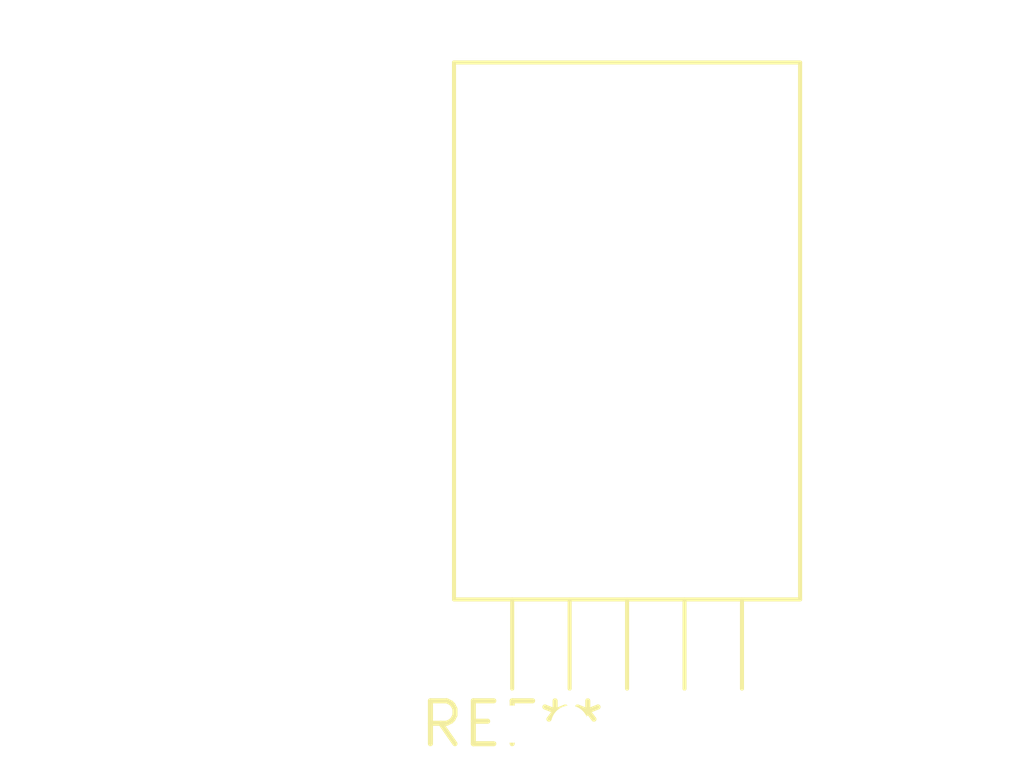
<source format=kicad_pcb>
(kicad_pcb (version 20240108) (generator pcbnew)
  (layers (0 "F.Cu" signal) (31 "B.Cu" signal) (34 "B.Paste" user) (35 "F.Paste" user) (36 "B.SilkS" user "B.Silkscreen") (37 "F.SilkS" user "F.Silkscreen") (38 "B.Mask" user) (39 "F.Mask" user) (44 "Edge.Cuts" user))
  (net 0 "")
  (footprint "TO-220-5_Horizontal_TabDown" (layer "F.Cu") (at 0 0)
    (property "Reference" "REF**")
    (property "Value" "TO-220-5_Horizontal_TabDown")
    (fp_line (start -1.721 -19.58) (end -1.721 -3.69) (layer "F.SilkS") (stroke (width 0.12)))
    (fp_line (start -1.721 -19.58) (end 8.52 -19.58) (layer "F.SilkS") (stroke (width 0.12)))
    (fp_line (start -1.721 -3.69) (end 8.52 -3.69) (layer "F.SilkS") (stroke (width 0.12)))
    (fp_line (start 0 -3.69) (end 0 -1.05) (layer "F.SilkS") (stroke (width 0.12)))
    (fp_line (start 1.7 -3.69) (end 1.7 -1.05) (layer "F.SilkS") (stroke (width 0.12)))
    (fp_line (start 3.4 -3.69) (end 3.4 -1.05) (layer "F.SilkS") (stroke (width 0.12)))
    (fp_line (start 5.1 -3.69) (end 5.1 -1.05) (layer "F.SilkS") (stroke (width 0.12)))
    (fp_line (start 6.8 -3.69) (end 6.8 -1.05) (layer "F.SilkS") (stroke (width 0.12)))
    (fp_line (start 8.52 -19.58) (end 8.52 -3.69) (layer "F.SilkS") (stroke (width 0.12)))
    (pad "" np_thru_hole oval (at 3.4 -16.66) (size 3.5 3.5) (drill 3.5) (layers *.Cu *.Mask))
    (pad "1" thru_hole rect (at 0 0) (size 1.275 1.8) (drill 1.1) (layers *.Cu *.Mask) (remove_unused_layers))
    (pad "2" thru_hole oval (at 1.7 0) (size 1.275 1.8) (drill 1.1) (layers *.Cu *.Mask) (remove_unused_layers))
    (pad "3" thru_hole oval (at 3.4 0) (size 1.275 1.8) (drill 1.1) (layers *.Cu *.Mask) (remove_unused_layers))
    (pad "4" thru_hole oval (at 5.1 0) (size 1.275 1.8) (drill 1.1) (layers *.Cu *.Mask) (remove_unused_layers))
    (pad "5" thru_hole oval (at 6.8 0) (size 1.275 1.8) (drill 1.1) (layers *.Cu *.Mask) (remove_unused_layers))
  )
)
</source>
